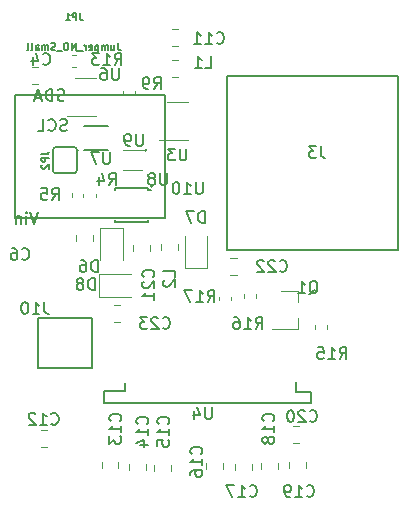
<source format=gbr>
G04 #@! TF.GenerationSoftware,KiCad,Pcbnew,(5.0.1)-rc2*
G04 #@! TF.CreationDate,2019-03-09T00:44:05-07:00*
G04 #@! TF.ProjectId,GPSLogger,4750534C6F676765722E6B696361645F,rev?*
G04 #@! TF.SameCoordinates,Original*
G04 #@! TF.FileFunction,Legend,Bot*
G04 #@! TF.FilePolarity,Positive*
%FSLAX46Y46*%
G04 Gerber Fmt 4.6, Leading zero omitted, Abs format (unit mm)*
G04 Created by KiCad (PCBNEW (5.0.1)-rc2) date 3/9/2019 12:44:05 AM*
%MOMM*%
%LPD*%
G01*
G04 APERTURE LIST*
%ADD10C,0.120000*%
%ADD11C,0.150000*%
%ADD12C,0.152400*%
%ADD13C,0.100000*%
%ADD14C,0.127000*%
G04 APERTURE END LIST*
D10*
G04 #@! TO.C,C11*
X207668122Y-25883800D02*
X208185278Y-25883800D01*
X207668122Y-27303800D02*
X208185278Y-27303800D01*
G04 #@! TO.C,C12*
X197085478Y-61263600D02*
X196568322Y-61263600D01*
X197085478Y-59843600D02*
X196568322Y-59843600D01*
G04 #@! TO.C,C13*
X203148000Y-62530222D02*
X203148000Y-63047378D01*
X201728000Y-62530222D02*
X201728000Y-63047378D01*
G04 #@! TO.C,C14*
X205472100Y-62667622D02*
X205472100Y-63184778D01*
X204052100Y-62667622D02*
X204052100Y-63184778D01*
G04 #@! TO.C,C15*
X207631100Y-62731122D02*
X207631100Y-63248278D01*
X206211100Y-62731122D02*
X206211100Y-63248278D01*
G04 #@! TO.C,C16*
X212025300Y-62583322D02*
X212025300Y-63100478D01*
X210605300Y-62583322D02*
X210605300Y-63100478D01*
G04 #@! TO.C,C17*
X214451000Y-62646822D02*
X214451000Y-63163978D01*
X213031000Y-62646822D02*
X213031000Y-63163978D01*
G04 #@! TO.C,C18*
X216660800Y-62596022D02*
X216660800Y-63113178D01*
X215240800Y-62596022D02*
X215240800Y-63113178D01*
G04 #@! TO.C,C19*
X219061100Y-62507122D02*
X219061100Y-63024278D01*
X217641100Y-62507122D02*
X217641100Y-63024278D01*
G04 #@! TO.C,C20*
X217953922Y-59450000D02*
X218471078Y-59450000D01*
X217953922Y-60870000D02*
X218471078Y-60870000D01*
G04 #@! TO.C,C21*
X205789600Y-44140622D02*
X205789600Y-44657778D01*
X204369600Y-44140622D02*
X204369600Y-44657778D01*
G04 #@! TO.C,C22*
X212646522Y-45251300D02*
X213163678Y-45251300D01*
X212646522Y-46671300D02*
X213163678Y-46671300D01*
G04 #@! TO.C,C23*
X202799422Y-49264500D02*
X203316578Y-49264500D01*
X202799422Y-50684500D02*
X203316578Y-50684500D01*
G04 #@! TO.C,D6*
X203550400Y-42729200D02*
X203550400Y-45414200D01*
X201630400Y-42729200D02*
X203550400Y-42729200D01*
X201630400Y-45414200D02*
X201630400Y-42729200D01*
G04 #@! TO.C,D7*
X208755100Y-46048400D02*
X208755100Y-43363400D01*
X210675100Y-46048400D02*
X208755100Y-46048400D01*
X210675100Y-43363400D02*
X210675100Y-46048400D01*
G04 #@! TO.C,D8*
X201500000Y-46614200D02*
X204185000Y-46614200D01*
X201500000Y-48534200D02*
X201500000Y-46614200D01*
X204185000Y-48534200D02*
X201500000Y-48534200D01*
G04 #@! TO.C,L1*
X207693522Y-28474600D02*
X208210678Y-28474600D01*
X207693522Y-29894600D02*
X208210678Y-29894600D01*
G04 #@! TO.C,L2*
X206757200Y-44606978D02*
X206757200Y-44089822D01*
X208177200Y-44606978D02*
X208177200Y-44089822D01*
G04 #@! TO.C,Q1*
X218360000Y-48070000D02*
X216900000Y-48070000D01*
X218360000Y-51230000D02*
X216200000Y-51230000D01*
X218360000Y-51230000D02*
X218360000Y-50300000D01*
X218360000Y-48070000D02*
X218360000Y-49000000D01*
G04 #@! TO.C,U3*
X209053000Y-35239600D02*
X206603000Y-35239600D01*
X207253000Y-32019600D02*
X209053000Y-32019600D01*
G04 #@! TO.C,U6*
X201255200Y-33258400D02*
X198805200Y-33258400D01*
X199455200Y-30038400D02*
X201255200Y-30038400D01*
D11*
G04 #@! TO.C,J10*
X200884800Y-54558000D02*
X200884800Y-50308000D01*
X196384800Y-54558000D02*
X200884800Y-54558000D01*
X196384800Y-50308000D02*
X196384800Y-54558000D01*
X200884800Y-50308000D02*
X196384800Y-50308000D01*
G04 #@! TO.C,U4*
X203679400Y-56517900D02*
X203679400Y-55817900D01*
X201979400Y-56517900D02*
X203679400Y-56517900D01*
X201979400Y-57517900D02*
X201979400Y-56517900D01*
X218179400Y-56617900D02*
X218179400Y-55717900D01*
X219479400Y-56617900D02*
X218179400Y-56617900D01*
X219479400Y-57517900D02*
X219479400Y-56617900D01*
X219479400Y-57517900D02*
X201979400Y-57517900D01*
G04 #@! TO.C,U7*
X199740311Y-36152800D02*
G75*
G03X199740311Y-36152800I-70711J0D01*
G01*
X202269600Y-36102800D02*
X200269600Y-36102800D01*
X200269600Y-34102800D02*
X202269600Y-34102800D01*
G04 #@! TO.C,U10*
X207105000Y-41824000D02*
X194405000Y-41824000D01*
X207105000Y-31410000D02*
X207105000Y-41824000D01*
X205835000Y-31410000D02*
X207105000Y-31410000D01*
X194405000Y-31410000D02*
X205835000Y-31410000D01*
X194405000Y-41824000D02*
X194405000Y-31410000D01*
G04 #@! TO.C,J3*
X212330000Y-29814000D02*
X226871500Y-29814000D01*
X226871500Y-29814000D02*
X226871500Y-44546000D01*
X212330000Y-44546000D02*
X226871500Y-44546000D01*
X212330000Y-29814000D02*
X212330000Y-44546000D01*
D12*
G04 #@! TO.C,JP2*
X199644000Y-37833300D02*
G75*
G02X199390000Y-38087300I-254000J0D01*
G01*
X199390000Y-35852100D02*
G75*
G02X199644000Y-36106100I0J-254000D01*
G01*
X197612000Y-36106100D02*
G75*
G02X197866000Y-35852100I254000J0D01*
G01*
X197866000Y-38087300D02*
G75*
G02X197612000Y-37833300I0J254000D01*
G01*
X197612000Y-36106100D02*
X197612000Y-37833300D01*
X199390000Y-35852100D02*
X197866000Y-35852100D01*
X199390000Y-38087300D02*
X197866000Y-38087300D01*
X199644000Y-37833300D02*
X199644000Y-36106100D01*
D10*
G04 #@! TO.C,R4*
X201220800Y-39791521D02*
X201220800Y-40117079D01*
X200200800Y-39791521D02*
X200200800Y-40117079D01*
G04 #@! TO.C,R5*
X199188800Y-39766121D02*
X199188800Y-40091679D01*
X198168800Y-39766121D02*
X198168800Y-40091679D01*
G04 #@! TO.C,R9*
X203579000Y-31404679D02*
X203579000Y-31079121D01*
X204599000Y-31404679D02*
X204599000Y-31079121D01*
G04 #@! TO.C,R13*
X199201721Y-28039600D02*
X199527279Y-28039600D01*
X199201721Y-29059600D02*
X199527279Y-29059600D01*
G04 #@! TO.C,R15*
X220835000Y-50949721D02*
X220835000Y-51275279D01*
X219815000Y-50949721D02*
X219815000Y-51275279D01*
G04 #@! TO.C,R16*
X213789800Y-48625979D02*
X213789800Y-48300421D01*
X214809800Y-48625979D02*
X214809800Y-48300421D01*
G04 #@! TO.C,R17*
X211656200Y-48829079D02*
X211656200Y-48503521D01*
X212676200Y-48829079D02*
X212676200Y-48503521D01*
D11*
G04 #@! TO.C,U8*
X205644400Y-39307200D02*
X202844400Y-39307200D01*
X202844400Y-42207200D02*
X205644400Y-42207200D01*
X205644400Y-39307200D02*
X205644400Y-39507200D01*
X205644400Y-39507200D02*
X205894400Y-39507200D01*
X202844400Y-39307200D02*
X202844400Y-39507200D01*
X202844400Y-42207200D02*
X202844400Y-42007200D01*
X205644400Y-42207200D02*
X205644400Y-42007200D01*
D13*
X206085821Y-39157200D02*
G75*
G03X206085821Y-39157200I-141421J0D01*
G01*
D11*
G04 #@! TO.C,U9*
X205538311Y-36131600D02*
G75*
G03X205538311Y-36131600I-70711J0D01*
G01*
D10*
X205262600Y-36081600D02*
X203562600Y-36081600D01*
X205112600Y-37781600D02*
X203562600Y-37781600D01*
G04 #@! TO.C,C4*
X196348878Y-30504200D02*
X195831722Y-30504200D01*
X196348878Y-29084200D02*
X195831722Y-29084200D01*
G04 #@! TO.C,C6*
X201014400Y-43300122D02*
X201014400Y-43817278D01*
X199594400Y-43300122D02*
X199594400Y-43817278D01*
G04 #@! TO.C,C11*
D11*
X211462857Y-27027142D02*
X211510476Y-27074761D01*
X211653333Y-27122380D01*
X211748571Y-27122380D01*
X211891428Y-27074761D01*
X211986666Y-26979523D01*
X212034285Y-26884285D01*
X212081904Y-26693809D01*
X212081904Y-26550952D01*
X212034285Y-26360476D01*
X211986666Y-26265238D01*
X211891428Y-26170000D01*
X211748571Y-26122380D01*
X211653333Y-26122380D01*
X211510476Y-26170000D01*
X211462857Y-26217619D01*
X210510476Y-27122380D02*
X211081904Y-27122380D01*
X210796190Y-27122380D02*
X210796190Y-26122380D01*
X210891428Y-26265238D01*
X210986666Y-26360476D01*
X211081904Y-26408095D01*
X209558095Y-27122380D02*
X210129523Y-27122380D01*
X209843809Y-27122380D02*
X209843809Y-26122380D01*
X209939047Y-26265238D01*
X210034285Y-26360476D01*
X210129523Y-26408095D01*
G04 #@! TO.C,C12*
X197469757Y-59260742D02*
X197517376Y-59308361D01*
X197660233Y-59355980D01*
X197755471Y-59355980D01*
X197898328Y-59308361D01*
X197993566Y-59213123D01*
X198041185Y-59117885D01*
X198088804Y-58927409D01*
X198088804Y-58784552D01*
X198041185Y-58594076D01*
X197993566Y-58498838D01*
X197898328Y-58403600D01*
X197755471Y-58355980D01*
X197660233Y-58355980D01*
X197517376Y-58403600D01*
X197469757Y-58451219D01*
X196517376Y-59355980D02*
X197088804Y-59355980D01*
X196803090Y-59355980D02*
X196803090Y-58355980D01*
X196898328Y-58498838D01*
X196993566Y-58594076D01*
X197088804Y-58641695D01*
X196136423Y-58451219D02*
X196088804Y-58403600D01*
X195993566Y-58355980D01*
X195755471Y-58355980D01*
X195660233Y-58403600D01*
X195612614Y-58451219D01*
X195564995Y-58546457D01*
X195564995Y-58641695D01*
X195612614Y-58784552D01*
X196184042Y-59355980D01*
X195564995Y-59355980D01*
G04 #@! TO.C,C13*
X203303142Y-59047142D02*
X203350761Y-58999523D01*
X203398380Y-58856666D01*
X203398380Y-58761428D01*
X203350761Y-58618571D01*
X203255523Y-58523333D01*
X203160285Y-58475714D01*
X202969809Y-58428095D01*
X202826952Y-58428095D01*
X202636476Y-58475714D01*
X202541238Y-58523333D01*
X202446000Y-58618571D01*
X202398380Y-58761428D01*
X202398380Y-58856666D01*
X202446000Y-58999523D01*
X202493619Y-59047142D01*
X203398380Y-59999523D02*
X203398380Y-59428095D01*
X203398380Y-59713809D02*
X202398380Y-59713809D01*
X202541238Y-59618571D01*
X202636476Y-59523333D01*
X202684095Y-59428095D01*
X202398380Y-60332857D02*
X202398380Y-60951904D01*
X202779333Y-60618571D01*
X202779333Y-60761428D01*
X202826952Y-60856666D01*
X202874571Y-60904285D01*
X202969809Y-60951904D01*
X203207904Y-60951904D01*
X203303142Y-60904285D01*
X203350761Y-60856666D01*
X203398380Y-60761428D01*
X203398380Y-60475714D01*
X203350761Y-60380476D01*
X203303142Y-60332857D01*
G04 #@! TO.C,C14*
X205589142Y-59301142D02*
X205636761Y-59253523D01*
X205684380Y-59110666D01*
X205684380Y-59015428D01*
X205636761Y-58872571D01*
X205541523Y-58777333D01*
X205446285Y-58729714D01*
X205255809Y-58682095D01*
X205112952Y-58682095D01*
X204922476Y-58729714D01*
X204827238Y-58777333D01*
X204732000Y-58872571D01*
X204684380Y-59015428D01*
X204684380Y-59110666D01*
X204732000Y-59253523D01*
X204779619Y-59301142D01*
X205684380Y-60253523D02*
X205684380Y-59682095D01*
X205684380Y-59967809D02*
X204684380Y-59967809D01*
X204827238Y-59872571D01*
X204922476Y-59777333D01*
X204970095Y-59682095D01*
X205017714Y-61110666D02*
X205684380Y-61110666D01*
X204636761Y-60872571D02*
X205351047Y-60634476D01*
X205351047Y-61253523D01*
G04 #@! TO.C,C15*
X207367142Y-59301142D02*
X207414761Y-59253523D01*
X207462380Y-59110666D01*
X207462380Y-59015428D01*
X207414761Y-58872571D01*
X207319523Y-58777333D01*
X207224285Y-58729714D01*
X207033809Y-58682095D01*
X206890952Y-58682095D01*
X206700476Y-58729714D01*
X206605238Y-58777333D01*
X206510000Y-58872571D01*
X206462380Y-59015428D01*
X206462380Y-59110666D01*
X206510000Y-59253523D01*
X206557619Y-59301142D01*
X207462380Y-60253523D02*
X207462380Y-59682095D01*
X207462380Y-59967809D02*
X206462380Y-59967809D01*
X206605238Y-59872571D01*
X206700476Y-59777333D01*
X206748095Y-59682095D01*
X206462380Y-61158285D02*
X206462380Y-60682095D01*
X206938571Y-60634476D01*
X206890952Y-60682095D01*
X206843333Y-60777333D01*
X206843333Y-61015428D01*
X206890952Y-61110666D01*
X206938571Y-61158285D01*
X207033809Y-61205904D01*
X207271904Y-61205904D01*
X207367142Y-61158285D01*
X207414761Y-61110666D01*
X207462380Y-61015428D01*
X207462380Y-60777333D01*
X207414761Y-60682095D01*
X207367142Y-60634476D01*
G04 #@! TO.C,C16*
X210161142Y-61841142D02*
X210208761Y-61793523D01*
X210256380Y-61650666D01*
X210256380Y-61555428D01*
X210208761Y-61412571D01*
X210113523Y-61317333D01*
X210018285Y-61269714D01*
X209827809Y-61222095D01*
X209684952Y-61222095D01*
X209494476Y-61269714D01*
X209399238Y-61317333D01*
X209304000Y-61412571D01*
X209256380Y-61555428D01*
X209256380Y-61650666D01*
X209304000Y-61793523D01*
X209351619Y-61841142D01*
X210256380Y-62793523D02*
X210256380Y-62222095D01*
X210256380Y-62507809D02*
X209256380Y-62507809D01*
X209399238Y-62412571D01*
X209494476Y-62317333D01*
X209542095Y-62222095D01*
X209256380Y-63650666D02*
X209256380Y-63460190D01*
X209304000Y-63364952D01*
X209351619Y-63317333D01*
X209494476Y-63222095D01*
X209684952Y-63174476D01*
X210065904Y-63174476D01*
X210161142Y-63222095D01*
X210208761Y-63269714D01*
X210256380Y-63364952D01*
X210256380Y-63555428D01*
X210208761Y-63650666D01*
X210161142Y-63698285D01*
X210065904Y-63745904D01*
X209827809Y-63745904D01*
X209732571Y-63698285D01*
X209684952Y-63650666D01*
X209637333Y-63555428D01*
X209637333Y-63364952D01*
X209684952Y-63269714D01*
X209732571Y-63222095D01*
X209827809Y-63174476D01*
G04 #@! TO.C,C17*
X214256857Y-65381142D02*
X214304476Y-65428761D01*
X214447333Y-65476380D01*
X214542571Y-65476380D01*
X214685428Y-65428761D01*
X214780666Y-65333523D01*
X214828285Y-65238285D01*
X214875904Y-65047809D01*
X214875904Y-64904952D01*
X214828285Y-64714476D01*
X214780666Y-64619238D01*
X214685428Y-64524000D01*
X214542571Y-64476380D01*
X214447333Y-64476380D01*
X214304476Y-64524000D01*
X214256857Y-64571619D01*
X213304476Y-65476380D02*
X213875904Y-65476380D01*
X213590190Y-65476380D02*
X213590190Y-64476380D01*
X213685428Y-64619238D01*
X213780666Y-64714476D01*
X213875904Y-64762095D01*
X212971142Y-64476380D02*
X212304476Y-64476380D01*
X212733047Y-65476380D01*
G04 #@! TO.C,C18*
X216257142Y-59047142D02*
X216304761Y-58999523D01*
X216352380Y-58856666D01*
X216352380Y-58761428D01*
X216304761Y-58618571D01*
X216209523Y-58523333D01*
X216114285Y-58475714D01*
X215923809Y-58428095D01*
X215780952Y-58428095D01*
X215590476Y-58475714D01*
X215495238Y-58523333D01*
X215400000Y-58618571D01*
X215352380Y-58761428D01*
X215352380Y-58856666D01*
X215400000Y-58999523D01*
X215447619Y-59047142D01*
X216352380Y-59999523D02*
X216352380Y-59428095D01*
X216352380Y-59713809D02*
X215352380Y-59713809D01*
X215495238Y-59618571D01*
X215590476Y-59523333D01*
X215638095Y-59428095D01*
X215780952Y-60570952D02*
X215733333Y-60475714D01*
X215685714Y-60428095D01*
X215590476Y-60380476D01*
X215542857Y-60380476D01*
X215447619Y-60428095D01*
X215400000Y-60475714D01*
X215352380Y-60570952D01*
X215352380Y-60761428D01*
X215400000Y-60856666D01*
X215447619Y-60904285D01*
X215542857Y-60951904D01*
X215590476Y-60951904D01*
X215685714Y-60904285D01*
X215733333Y-60856666D01*
X215780952Y-60761428D01*
X215780952Y-60570952D01*
X215828571Y-60475714D01*
X215876190Y-60428095D01*
X215971428Y-60380476D01*
X216161904Y-60380476D01*
X216257142Y-60428095D01*
X216304761Y-60475714D01*
X216352380Y-60570952D01*
X216352380Y-60761428D01*
X216304761Y-60856666D01*
X216257142Y-60904285D01*
X216161904Y-60951904D01*
X215971428Y-60951904D01*
X215876190Y-60904285D01*
X215828571Y-60856666D01*
X215780952Y-60761428D01*
G04 #@! TO.C,C19*
X219082857Y-65381142D02*
X219130476Y-65428761D01*
X219273333Y-65476380D01*
X219368571Y-65476380D01*
X219511428Y-65428761D01*
X219606666Y-65333523D01*
X219654285Y-65238285D01*
X219701904Y-65047809D01*
X219701904Y-64904952D01*
X219654285Y-64714476D01*
X219606666Y-64619238D01*
X219511428Y-64524000D01*
X219368571Y-64476380D01*
X219273333Y-64476380D01*
X219130476Y-64524000D01*
X219082857Y-64571619D01*
X218130476Y-65476380D02*
X218701904Y-65476380D01*
X218416190Y-65476380D02*
X218416190Y-64476380D01*
X218511428Y-64619238D01*
X218606666Y-64714476D01*
X218701904Y-64762095D01*
X217654285Y-65476380D02*
X217463809Y-65476380D01*
X217368571Y-65428761D01*
X217320952Y-65381142D01*
X217225714Y-65238285D01*
X217178095Y-65047809D01*
X217178095Y-64666857D01*
X217225714Y-64571619D01*
X217273333Y-64524000D01*
X217368571Y-64476380D01*
X217559047Y-64476380D01*
X217654285Y-64524000D01*
X217701904Y-64571619D01*
X217749523Y-64666857D01*
X217749523Y-64904952D01*
X217701904Y-65000190D01*
X217654285Y-65047809D01*
X217559047Y-65095428D01*
X217368571Y-65095428D01*
X217273333Y-65047809D01*
X217225714Y-65000190D01*
X217178095Y-64904952D01*
G04 #@! TO.C,C20*
X219336857Y-59031142D02*
X219384476Y-59078761D01*
X219527333Y-59126380D01*
X219622571Y-59126380D01*
X219765428Y-59078761D01*
X219860666Y-58983523D01*
X219908285Y-58888285D01*
X219955904Y-58697809D01*
X219955904Y-58554952D01*
X219908285Y-58364476D01*
X219860666Y-58269238D01*
X219765428Y-58174000D01*
X219622571Y-58126380D01*
X219527333Y-58126380D01*
X219384476Y-58174000D01*
X219336857Y-58221619D01*
X218955904Y-58221619D02*
X218908285Y-58174000D01*
X218813047Y-58126380D01*
X218574952Y-58126380D01*
X218479714Y-58174000D01*
X218432095Y-58221619D01*
X218384476Y-58316857D01*
X218384476Y-58412095D01*
X218432095Y-58554952D01*
X219003523Y-59126380D01*
X218384476Y-59126380D01*
X217765428Y-58126380D02*
X217670190Y-58126380D01*
X217574952Y-58174000D01*
X217527333Y-58221619D01*
X217479714Y-58316857D01*
X217432095Y-58507333D01*
X217432095Y-58745428D01*
X217479714Y-58935904D01*
X217527333Y-59031142D01*
X217574952Y-59078761D01*
X217670190Y-59126380D01*
X217765428Y-59126380D01*
X217860666Y-59078761D01*
X217908285Y-59031142D01*
X217955904Y-58935904D01*
X218003523Y-58745428D01*
X218003523Y-58507333D01*
X217955904Y-58316857D01*
X217908285Y-58221619D01*
X217860666Y-58174000D01*
X217765428Y-58126380D01*
G04 #@! TO.C,C21*
X206097142Y-46855142D02*
X206144761Y-46807523D01*
X206192380Y-46664666D01*
X206192380Y-46569428D01*
X206144761Y-46426571D01*
X206049523Y-46331333D01*
X205954285Y-46283714D01*
X205763809Y-46236095D01*
X205620952Y-46236095D01*
X205430476Y-46283714D01*
X205335238Y-46331333D01*
X205240000Y-46426571D01*
X205192380Y-46569428D01*
X205192380Y-46664666D01*
X205240000Y-46807523D01*
X205287619Y-46855142D01*
X205287619Y-47236095D02*
X205240000Y-47283714D01*
X205192380Y-47378952D01*
X205192380Y-47617047D01*
X205240000Y-47712285D01*
X205287619Y-47759904D01*
X205382857Y-47807523D01*
X205478095Y-47807523D01*
X205620952Y-47759904D01*
X206192380Y-47188476D01*
X206192380Y-47807523D01*
X206192380Y-48759904D02*
X206192380Y-48188476D01*
X206192380Y-48474190D02*
X205192380Y-48474190D01*
X205335238Y-48378952D01*
X205430476Y-48283714D01*
X205478095Y-48188476D01*
G04 #@! TO.C,C22*
X216796857Y-46331142D02*
X216844476Y-46378761D01*
X216987333Y-46426380D01*
X217082571Y-46426380D01*
X217225428Y-46378761D01*
X217320666Y-46283523D01*
X217368285Y-46188285D01*
X217415904Y-45997809D01*
X217415904Y-45854952D01*
X217368285Y-45664476D01*
X217320666Y-45569238D01*
X217225428Y-45474000D01*
X217082571Y-45426380D01*
X216987333Y-45426380D01*
X216844476Y-45474000D01*
X216796857Y-45521619D01*
X216415904Y-45521619D02*
X216368285Y-45474000D01*
X216273047Y-45426380D01*
X216034952Y-45426380D01*
X215939714Y-45474000D01*
X215892095Y-45521619D01*
X215844476Y-45616857D01*
X215844476Y-45712095D01*
X215892095Y-45854952D01*
X216463523Y-46426380D01*
X215844476Y-46426380D01*
X215463523Y-45521619D02*
X215415904Y-45474000D01*
X215320666Y-45426380D01*
X215082571Y-45426380D01*
X214987333Y-45474000D01*
X214939714Y-45521619D01*
X214892095Y-45616857D01*
X214892095Y-45712095D01*
X214939714Y-45854952D01*
X215511142Y-46426380D01*
X214892095Y-46426380D01*
G04 #@! TO.C,C23*
X206890857Y-51157142D02*
X206938476Y-51204761D01*
X207081333Y-51252380D01*
X207176571Y-51252380D01*
X207319428Y-51204761D01*
X207414666Y-51109523D01*
X207462285Y-51014285D01*
X207509904Y-50823809D01*
X207509904Y-50680952D01*
X207462285Y-50490476D01*
X207414666Y-50395238D01*
X207319428Y-50300000D01*
X207176571Y-50252380D01*
X207081333Y-50252380D01*
X206938476Y-50300000D01*
X206890857Y-50347619D01*
X206509904Y-50347619D02*
X206462285Y-50300000D01*
X206367047Y-50252380D01*
X206128952Y-50252380D01*
X206033714Y-50300000D01*
X205986095Y-50347619D01*
X205938476Y-50442857D01*
X205938476Y-50538095D01*
X205986095Y-50680952D01*
X206557523Y-51252380D01*
X205938476Y-51252380D01*
X205605142Y-50252380D02*
X204986095Y-50252380D01*
X205319428Y-50633333D01*
X205176571Y-50633333D01*
X205081333Y-50680952D01*
X205033714Y-50728571D01*
X204986095Y-50823809D01*
X204986095Y-51061904D01*
X205033714Y-51157142D01*
X205081333Y-51204761D01*
X205176571Y-51252380D01*
X205462285Y-51252380D01*
X205557523Y-51204761D01*
X205605142Y-51157142D01*
G04 #@! TO.C,D6*
X201398095Y-46426380D02*
X201398095Y-45426380D01*
X201160000Y-45426380D01*
X201017142Y-45474000D01*
X200921904Y-45569238D01*
X200874285Y-45664476D01*
X200826666Y-45854952D01*
X200826666Y-45997809D01*
X200874285Y-46188285D01*
X200921904Y-46283523D01*
X201017142Y-46378761D01*
X201160000Y-46426380D01*
X201398095Y-46426380D01*
X199969523Y-45426380D02*
X200160000Y-45426380D01*
X200255238Y-45474000D01*
X200302857Y-45521619D01*
X200398095Y-45664476D01*
X200445714Y-45854952D01*
X200445714Y-46235904D01*
X200398095Y-46331142D01*
X200350476Y-46378761D01*
X200255238Y-46426380D01*
X200064761Y-46426380D01*
X199969523Y-46378761D01*
X199921904Y-46331142D01*
X199874285Y-46235904D01*
X199874285Y-45997809D01*
X199921904Y-45902571D01*
X199969523Y-45854952D01*
X200064761Y-45807333D01*
X200255238Y-45807333D01*
X200350476Y-45854952D01*
X200398095Y-45902571D01*
X200445714Y-45997809D01*
G04 #@! TO.C,D7*
X210453195Y-42275780D02*
X210453195Y-41275780D01*
X210215100Y-41275780D01*
X210072242Y-41323400D01*
X209977004Y-41418638D01*
X209929385Y-41513876D01*
X209881766Y-41704352D01*
X209881766Y-41847209D01*
X209929385Y-42037685D01*
X209977004Y-42132923D01*
X210072242Y-42228161D01*
X210215100Y-42275780D01*
X210453195Y-42275780D01*
X209548433Y-41275780D02*
X208881766Y-41275780D01*
X209310338Y-42275780D01*
G04 #@! TO.C,D8*
X201144095Y-47950380D02*
X201144095Y-46950380D01*
X200906000Y-46950380D01*
X200763142Y-46998000D01*
X200667904Y-47093238D01*
X200620285Y-47188476D01*
X200572666Y-47378952D01*
X200572666Y-47521809D01*
X200620285Y-47712285D01*
X200667904Y-47807523D01*
X200763142Y-47902761D01*
X200906000Y-47950380D01*
X201144095Y-47950380D01*
X200001238Y-47378952D02*
X200096476Y-47331333D01*
X200144095Y-47283714D01*
X200191714Y-47188476D01*
X200191714Y-47140857D01*
X200144095Y-47045619D01*
X200096476Y-46998000D01*
X200001238Y-46950380D01*
X199810761Y-46950380D01*
X199715523Y-46998000D01*
X199667904Y-47045619D01*
X199620285Y-47140857D01*
X199620285Y-47188476D01*
X199667904Y-47283714D01*
X199715523Y-47331333D01*
X199810761Y-47378952D01*
X200001238Y-47378952D01*
X200096476Y-47426571D01*
X200144095Y-47474190D01*
X200191714Y-47569428D01*
X200191714Y-47759904D01*
X200144095Y-47855142D01*
X200096476Y-47902761D01*
X200001238Y-47950380D01*
X199810761Y-47950380D01*
X199715523Y-47902761D01*
X199667904Y-47855142D01*
X199620285Y-47759904D01*
X199620285Y-47569428D01*
X199667904Y-47474190D01*
X199715523Y-47426571D01*
X199810761Y-47378952D01*
G04 #@! TO.C,L1*
X210478666Y-29154380D02*
X210954857Y-29154380D01*
X210954857Y-28154380D01*
X209621523Y-29154380D02*
X210192952Y-29154380D01*
X209907238Y-29154380D02*
X209907238Y-28154380D01*
X210002476Y-28297238D01*
X210097714Y-28392476D01*
X210192952Y-28440095D01*
G04 #@! TO.C,L2*
X207970380Y-46823333D02*
X207970380Y-46347142D01*
X206970380Y-46347142D01*
X207065619Y-47109047D02*
X207018000Y-47156666D01*
X206970380Y-47251904D01*
X206970380Y-47490000D01*
X207018000Y-47585238D01*
X207065619Y-47632857D01*
X207160857Y-47680476D01*
X207256095Y-47680476D01*
X207398952Y-47632857D01*
X207970380Y-47061428D01*
X207970380Y-47680476D01*
G04 #@! TO.C,Q1*
X219297238Y-48299619D02*
X219392476Y-48252000D01*
X219487714Y-48156761D01*
X219630571Y-48013904D01*
X219725809Y-47966285D01*
X219821047Y-47966285D01*
X219773428Y-48204380D02*
X219868666Y-48156761D01*
X219963904Y-48061523D01*
X220011523Y-47871047D01*
X220011523Y-47537714D01*
X219963904Y-47347238D01*
X219868666Y-47252000D01*
X219773428Y-47204380D01*
X219582952Y-47204380D01*
X219487714Y-47252000D01*
X219392476Y-47347238D01*
X219344857Y-47537714D01*
X219344857Y-47871047D01*
X219392476Y-48061523D01*
X219487714Y-48156761D01*
X219582952Y-48204380D01*
X219773428Y-48204380D01*
X218392476Y-48204380D02*
X218963904Y-48204380D01*
X218678190Y-48204380D02*
X218678190Y-47204380D01*
X218773428Y-47347238D01*
X218868666Y-47442476D01*
X218963904Y-47490095D01*
G04 #@! TO.C,U3*
X208914904Y-35981980D02*
X208914904Y-36791504D01*
X208867285Y-36886742D01*
X208819666Y-36934361D01*
X208724428Y-36981980D01*
X208533952Y-36981980D01*
X208438714Y-36934361D01*
X208391095Y-36886742D01*
X208343476Y-36791504D01*
X208343476Y-35981980D01*
X207962523Y-35981980D02*
X207343476Y-35981980D01*
X207676809Y-36362933D01*
X207533952Y-36362933D01*
X207438714Y-36410552D01*
X207391095Y-36458171D01*
X207343476Y-36553409D01*
X207343476Y-36791504D01*
X207391095Y-36886742D01*
X207438714Y-36934361D01*
X207533952Y-36981980D01*
X207819666Y-36981980D01*
X207914904Y-36934361D01*
X207962523Y-36886742D01*
G04 #@! TO.C,U6*
X203199904Y-29170380D02*
X203199904Y-29979904D01*
X203152285Y-30075142D01*
X203104666Y-30122761D01*
X203009428Y-30170380D01*
X202818952Y-30170380D01*
X202723714Y-30122761D01*
X202676095Y-30075142D01*
X202628476Y-29979904D01*
X202628476Y-29170380D01*
X201723714Y-29170380D02*
X201914190Y-29170380D01*
X202009428Y-29218000D01*
X202057047Y-29265619D01*
X202152285Y-29408476D01*
X202199904Y-29598952D01*
X202199904Y-29979904D01*
X202152285Y-30075142D01*
X202104666Y-30122761D01*
X202009428Y-30170380D01*
X201818952Y-30170380D01*
X201723714Y-30122761D01*
X201676095Y-30075142D01*
X201628476Y-29979904D01*
X201628476Y-29741809D01*
X201676095Y-29646571D01*
X201723714Y-29598952D01*
X201818952Y-29551333D01*
X202009428Y-29551333D01*
X202104666Y-29598952D01*
X202152285Y-29646571D01*
X202199904Y-29741809D01*
G04 #@! TO.C,J10*
X196897523Y-48982380D02*
X196897523Y-49696666D01*
X196945142Y-49839523D01*
X197040380Y-49934761D01*
X197183238Y-49982380D01*
X197278476Y-49982380D01*
X195897523Y-49982380D02*
X196468952Y-49982380D01*
X196183238Y-49982380D02*
X196183238Y-48982380D01*
X196278476Y-49125238D01*
X196373714Y-49220476D01*
X196468952Y-49268095D01*
X195278476Y-48982380D02*
X195183238Y-48982380D01*
X195088000Y-49030000D01*
X195040380Y-49077619D01*
X194992761Y-49172857D01*
X194945142Y-49363333D01*
X194945142Y-49601428D01*
X194992761Y-49791904D01*
X195040380Y-49887142D01*
X195088000Y-49934761D01*
X195183238Y-49982380D01*
X195278476Y-49982380D01*
X195373714Y-49934761D01*
X195421333Y-49887142D01*
X195468952Y-49791904D01*
X195516571Y-49601428D01*
X195516571Y-49363333D01*
X195468952Y-49172857D01*
X195421333Y-49077619D01*
X195373714Y-49030000D01*
X195278476Y-48982380D01*
G04 #@! TO.C,U4*
X211073904Y-57872380D02*
X211073904Y-58681904D01*
X211026285Y-58777142D01*
X210978666Y-58824761D01*
X210883428Y-58872380D01*
X210692952Y-58872380D01*
X210597714Y-58824761D01*
X210550095Y-58777142D01*
X210502476Y-58681904D01*
X210502476Y-57872380D01*
X209597714Y-58205714D02*
X209597714Y-58872380D01*
X209835809Y-57824761D02*
X210073904Y-58539047D01*
X209454857Y-58539047D01*
G04 #@! TO.C,U7*
X202437904Y-36282380D02*
X202437904Y-37091904D01*
X202390285Y-37187142D01*
X202342666Y-37234761D01*
X202247428Y-37282380D01*
X202056952Y-37282380D01*
X201961714Y-37234761D01*
X201914095Y-37187142D01*
X201866476Y-37091904D01*
X201866476Y-36282380D01*
X201485523Y-36282380D02*
X200818857Y-36282380D01*
X201247428Y-37282380D01*
G04 #@! TO.C,U10*
X210280095Y-38822380D02*
X210280095Y-39631904D01*
X210232476Y-39727142D01*
X210184857Y-39774761D01*
X210089619Y-39822380D01*
X209899142Y-39822380D01*
X209803904Y-39774761D01*
X209756285Y-39727142D01*
X209708666Y-39631904D01*
X209708666Y-38822380D01*
X208708666Y-39822380D02*
X209280095Y-39822380D01*
X208994380Y-39822380D02*
X208994380Y-38822380D01*
X209089619Y-38965238D01*
X209184857Y-39060476D01*
X209280095Y-39108095D01*
X208089619Y-38822380D02*
X207994380Y-38822380D01*
X207899142Y-38870000D01*
X207851523Y-38917619D01*
X207803904Y-39012857D01*
X207756285Y-39203333D01*
X207756285Y-39441428D01*
X207803904Y-39631904D01*
X207851523Y-39727142D01*
X207899142Y-39774761D01*
X207994380Y-39822380D01*
X208089619Y-39822380D01*
X208184857Y-39774761D01*
X208232476Y-39727142D01*
X208280095Y-39631904D01*
X208327714Y-39441428D01*
X208327714Y-39203333D01*
X208280095Y-39012857D01*
X208232476Y-38917619D01*
X208184857Y-38870000D01*
X208089619Y-38822380D01*
X196349809Y-41362380D02*
X196016476Y-42362380D01*
X195683142Y-41362380D01*
X195349809Y-42362380D02*
X195349809Y-41695714D01*
X195349809Y-41362380D02*
X195397428Y-41410000D01*
X195349809Y-41457619D01*
X195302190Y-41410000D01*
X195349809Y-41362380D01*
X195349809Y-41457619D01*
X194873619Y-41695714D02*
X194873619Y-42362380D01*
X194873619Y-41790952D02*
X194826000Y-41743333D01*
X194730761Y-41695714D01*
X194587904Y-41695714D01*
X194492666Y-41743333D01*
X194445047Y-41838571D01*
X194445047Y-42362380D01*
X198802476Y-34440761D02*
X198659619Y-34488380D01*
X198421523Y-34488380D01*
X198326285Y-34440761D01*
X198278666Y-34393142D01*
X198231047Y-34297904D01*
X198231047Y-34202666D01*
X198278666Y-34107428D01*
X198326285Y-34059809D01*
X198421523Y-34012190D01*
X198612000Y-33964571D01*
X198707238Y-33916952D01*
X198754857Y-33869333D01*
X198802476Y-33774095D01*
X198802476Y-33678857D01*
X198754857Y-33583619D01*
X198707238Y-33536000D01*
X198612000Y-33488380D01*
X198373904Y-33488380D01*
X198231047Y-33536000D01*
X197231047Y-34393142D02*
X197278666Y-34440761D01*
X197421523Y-34488380D01*
X197516761Y-34488380D01*
X197659619Y-34440761D01*
X197754857Y-34345523D01*
X197802476Y-34250285D01*
X197850095Y-34059809D01*
X197850095Y-33916952D01*
X197802476Y-33726476D01*
X197754857Y-33631238D01*
X197659619Y-33536000D01*
X197516761Y-33488380D01*
X197421523Y-33488380D01*
X197278666Y-33536000D01*
X197231047Y-33583619D01*
X196326285Y-34488380D02*
X196802476Y-34488380D01*
X196802476Y-33488380D01*
X198572285Y-31900761D02*
X198429428Y-31948380D01*
X198191333Y-31948380D01*
X198096095Y-31900761D01*
X198048476Y-31853142D01*
X198000857Y-31757904D01*
X198000857Y-31662666D01*
X198048476Y-31567428D01*
X198096095Y-31519809D01*
X198191333Y-31472190D01*
X198381809Y-31424571D01*
X198477047Y-31376952D01*
X198524666Y-31329333D01*
X198572285Y-31234095D01*
X198572285Y-31138857D01*
X198524666Y-31043619D01*
X198477047Y-30996000D01*
X198381809Y-30948380D01*
X198143714Y-30948380D01*
X198000857Y-30996000D01*
X197572285Y-31948380D02*
X197572285Y-30948380D01*
X197334190Y-30948380D01*
X197191333Y-30996000D01*
X197096095Y-31091238D01*
X197048476Y-31186476D01*
X197000857Y-31376952D01*
X197000857Y-31519809D01*
X197048476Y-31710285D01*
X197096095Y-31805523D01*
X197191333Y-31900761D01*
X197334190Y-31948380D01*
X197572285Y-31948380D01*
X196619904Y-31662666D02*
X196143714Y-31662666D01*
X196715142Y-31948380D02*
X196381809Y-30948380D01*
X196048476Y-31948380D01*
G04 #@! TO.C,J3*
X220297333Y-35774380D02*
X220297333Y-36488666D01*
X220344952Y-36631523D01*
X220440190Y-36726761D01*
X220583047Y-36774380D01*
X220678285Y-36774380D01*
X219916380Y-35774380D02*
X219297333Y-35774380D01*
X219630666Y-36155333D01*
X219487809Y-36155333D01*
X219392571Y-36202952D01*
X219344952Y-36250571D01*
X219297333Y-36345809D01*
X219297333Y-36583904D01*
X219344952Y-36679142D01*
X219392571Y-36726761D01*
X219487809Y-36774380D01*
X219773523Y-36774380D01*
X219868761Y-36726761D01*
X219916380Y-36679142D01*
G04 #@! TO.C,JP1*
D14*
X199898000Y-24507371D02*
X199898000Y-24942800D01*
X199927028Y-25029885D01*
X199985085Y-25087942D01*
X200072171Y-25116971D01*
X200130228Y-25116971D01*
X199607714Y-25116971D02*
X199607714Y-24507371D01*
X199375485Y-24507371D01*
X199317428Y-24536400D01*
X199288400Y-24565428D01*
X199259371Y-24623485D01*
X199259371Y-24710571D01*
X199288400Y-24768628D01*
X199317428Y-24797657D01*
X199375485Y-24826685D01*
X199607714Y-24826685D01*
X198678800Y-25116971D02*
X199027142Y-25116971D01*
X198852971Y-25116971D02*
X198852971Y-24507371D01*
X198911028Y-24594457D01*
X198969085Y-24652514D01*
X199027142Y-24681542D01*
X203105657Y-27047371D02*
X203105657Y-27482800D01*
X203134685Y-27569885D01*
X203192742Y-27627942D01*
X203279828Y-27656971D01*
X203337885Y-27656971D01*
X202554114Y-27250571D02*
X202554114Y-27656971D01*
X202815371Y-27250571D02*
X202815371Y-27569885D01*
X202786342Y-27627942D01*
X202728285Y-27656971D01*
X202641200Y-27656971D01*
X202583142Y-27627942D01*
X202554114Y-27598914D01*
X202263828Y-27656971D02*
X202263828Y-27250571D01*
X202263828Y-27308628D02*
X202234800Y-27279600D01*
X202176742Y-27250571D01*
X202089657Y-27250571D01*
X202031600Y-27279600D01*
X202002571Y-27337657D01*
X202002571Y-27656971D01*
X202002571Y-27337657D02*
X201973542Y-27279600D01*
X201915485Y-27250571D01*
X201828400Y-27250571D01*
X201770342Y-27279600D01*
X201741314Y-27337657D01*
X201741314Y-27656971D01*
X201451028Y-27250571D02*
X201451028Y-27860171D01*
X201451028Y-27279600D02*
X201392971Y-27250571D01*
X201276857Y-27250571D01*
X201218800Y-27279600D01*
X201189771Y-27308628D01*
X201160742Y-27366685D01*
X201160742Y-27540857D01*
X201189771Y-27598914D01*
X201218800Y-27627942D01*
X201276857Y-27656971D01*
X201392971Y-27656971D01*
X201451028Y-27627942D01*
X200667257Y-27627942D02*
X200725314Y-27656971D01*
X200841428Y-27656971D01*
X200899485Y-27627942D01*
X200928514Y-27569885D01*
X200928514Y-27337657D01*
X200899485Y-27279600D01*
X200841428Y-27250571D01*
X200725314Y-27250571D01*
X200667257Y-27279600D01*
X200638228Y-27337657D01*
X200638228Y-27395714D01*
X200928514Y-27453771D01*
X200376971Y-27656971D02*
X200376971Y-27250571D01*
X200376971Y-27366685D02*
X200347942Y-27308628D01*
X200318914Y-27279600D01*
X200260857Y-27250571D01*
X200202800Y-27250571D01*
X200144742Y-27715028D02*
X199680285Y-27715028D01*
X199535142Y-27656971D02*
X199535142Y-27047371D01*
X199186800Y-27656971D01*
X199186800Y-27047371D01*
X198780400Y-27047371D02*
X198664285Y-27047371D01*
X198606228Y-27076400D01*
X198548171Y-27134457D01*
X198519142Y-27250571D01*
X198519142Y-27453771D01*
X198548171Y-27569885D01*
X198606228Y-27627942D01*
X198664285Y-27656971D01*
X198780400Y-27656971D01*
X198838457Y-27627942D01*
X198896514Y-27569885D01*
X198925542Y-27453771D01*
X198925542Y-27250571D01*
X198896514Y-27134457D01*
X198838457Y-27076400D01*
X198780400Y-27047371D01*
X198403028Y-27715028D02*
X197938571Y-27715028D01*
X197822457Y-27627942D02*
X197735371Y-27656971D01*
X197590228Y-27656971D01*
X197532171Y-27627942D01*
X197503142Y-27598914D01*
X197474114Y-27540857D01*
X197474114Y-27482800D01*
X197503142Y-27424742D01*
X197532171Y-27395714D01*
X197590228Y-27366685D01*
X197706342Y-27337657D01*
X197764400Y-27308628D01*
X197793428Y-27279600D01*
X197822457Y-27221542D01*
X197822457Y-27163485D01*
X197793428Y-27105428D01*
X197764400Y-27076400D01*
X197706342Y-27047371D01*
X197561200Y-27047371D01*
X197474114Y-27076400D01*
X197212857Y-27656971D02*
X197212857Y-27250571D01*
X197212857Y-27308628D02*
X197183828Y-27279600D01*
X197125771Y-27250571D01*
X197038685Y-27250571D01*
X196980628Y-27279600D01*
X196951600Y-27337657D01*
X196951600Y-27656971D01*
X196951600Y-27337657D02*
X196922571Y-27279600D01*
X196864514Y-27250571D01*
X196777428Y-27250571D01*
X196719371Y-27279600D01*
X196690342Y-27337657D01*
X196690342Y-27656971D01*
X196138800Y-27656971D02*
X196138800Y-27337657D01*
X196167828Y-27279600D01*
X196225885Y-27250571D01*
X196342000Y-27250571D01*
X196400057Y-27279600D01*
X196138800Y-27627942D02*
X196196857Y-27656971D01*
X196342000Y-27656971D01*
X196400057Y-27627942D01*
X196429085Y-27569885D01*
X196429085Y-27511828D01*
X196400057Y-27453771D01*
X196342000Y-27424742D01*
X196196857Y-27424742D01*
X196138800Y-27395714D01*
X195761428Y-27656971D02*
X195819485Y-27627942D01*
X195848514Y-27569885D01*
X195848514Y-27047371D01*
X195442114Y-27656971D02*
X195500171Y-27627942D01*
X195529200Y-27569885D01*
X195529200Y-27047371D01*
G04 #@! TO.C,JP2*
X196643171Y-36461700D02*
X197078600Y-36461700D01*
X197165685Y-36432671D01*
X197223742Y-36374614D01*
X197252771Y-36287528D01*
X197252771Y-36229471D01*
X197252771Y-36751985D02*
X196643171Y-36751985D01*
X196643171Y-36984214D01*
X196672200Y-37042271D01*
X196701228Y-37071300D01*
X196759285Y-37100328D01*
X196846371Y-37100328D01*
X196904428Y-37071300D01*
X196933457Y-37042271D01*
X196962485Y-36984214D01*
X196962485Y-36751985D01*
X196701228Y-37332557D02*
X196672200Y-37361585D01*
X196643171Y-37419642D01*
X196643171Y-37564785D01*
X196672200Y-37622842D01*
X196701228Y-37651871D01*
X196759285Y-37680900D01*
X196817342Y-37680900D01*
X196904428Y-37651871D01*
X197252771Y-37303528D01*
X197252771Y-37680900D01*
G04 #@! TO.C,R4*
D11*
X202350666Y-39060380D02*
X202684000Y-38584190D01*
X202922095Y-39060380D02*
X202922095Y-38060380D01*
X202541142Y-38060380D01*
X202445904Y-38108000D01*
X202398285Y-38155619D01*
X202350666Y-38250857D01*
X202350666Y-38393714D01*
X202398285Y-38488952D01*
X202445904Y-38536571D01*
X202541142Y-38584190D01*
X202922095Y-38584190D01*
X201493523Y-38393714D02*
X201493523Y-39060380D01*
X201731619Y-38012761D02*
X201969714Y-38727047D01*
X201350666Y-38727047D01*
G04 #@! TO.C,R5*
X197524666Y-40330380D02*
X197858000Y-39854190D01*
X198096095Y-40330380D02*
X198096095Y-39330380D01*
X197715142Y-39330380D01*
X197619904Y-39378000D01*
X197572285Y-39425619D01*
X197524666Y-39520857D01*
X197524666Y-39663714D01*
X197572285Y-39758952D01*
X197619904Y-39806571D01*
X197715142Y-39854190D01*
X198096095Y-39854190D01*
X196619904Y-39330380D02*
X197096095Y-39330380D01*
X197143714Y-39806571D01*
X197096095Y-39758952D01*
X197000857Y-39711333D01*
X196762761Y-39711333D01*
X196667523Y-39758952D01*
X196619904Y-39806571D01*
X196572285Y-39901809D01*
X196572285Y-40139904D01*
X196619904Y-40235142D01*
X196667523Y-40282761D01*
X196762761Y-40330380D01*
X197000857Y-40330380D01*
X197096095Y-40282761D01*
X197143714Y-40235142D01*
G04 #@! TO.C,R9*
X206160666Y-30932380D02*
X206494000Y-30456190D01*
X206732095Y-30932380D02*
X206732095Y-29932380D01*
X206351142Y-29932380D01*
X206255904Y-29980000D01*
X206208285Y-30027619D01*
X206160666Y-30122857D01*
X206160666Y-30265714D01*
X206208285Y-30360952D01*
X206255904Y-30408571D01*
X206351142Y-30456190D01*
X206732095Y-30456190D01*
X205684476Y-30932380D02*
X205494000Y-30932380D01*
X205398761Y-30884761D01*
X205351142Y-30837142D01*
X205255904Y-30694285D01*
X205208285Y-30503809D01*
X205208285Y-30122857D01*
X205255904Y-30027619D01*
X205303523Y-29980000D01*
X205398761Y-29932380D01*
X205589238Y-29932380D01*
X205684476Y-29980000D01*
X205732095Y-30027619D01*
X205779714Y-30122857D01*
X205779714Y-30360952D01*
X205732095Y-30456190D01*
X205684476Y-30503809D01*
X205589238Y-30551428D01*
X205398761Y-30551428D01*
X205303523Y-30503809D01*
X205255904Y-30456190D01*
X205208285Y-30360952D01*
G04 #@! TO.C,R13*
X202826857Y-28900380D02*
X203160190Y-28424190D01*
X203398285Y-28900380D02*
X203398285Y-27900380D01*
X203017333Y-27900380D01*
X202922095Y-27948000D01*
X202874476Y-27995619D01*
X202826857Y-28090857D01*
X202826857Y-28233714D01*
X202874476Y-28328952D01*
X202922095Y-28376571D01*
X203017333Y-28424190D01*
X203398285Y-28424190D01*
X201874476Y-28900380D02*
X202445904Y-28900380D01*
X202160190Y-28900380D02*
X202160190Y-27900380D01*
X202255428Y-28043238D01*
X202350666Y-28138476D01*
X202445904Y-28186095D01*
X201541142Y-27900380D02*
X200922095Y-27900380D01*
X201255428Y-28281333D01*
X201112571Y-28281333D01*
X201017333Y-28328952D01*
X200969714Y-28376571D01*
X200922095Y-28471809D01*
X200922095Y-28709904D01*
X200969714Y-28805142D01*
X201017333Y-28852761D01*
X201112571Y-28900380D01*
X201398285Y-28900380D01*
X201493523Y-28852761D01*
X201541142Y-28805142D01*
G04 #@! TO.C,R15*
X221876857Y-53792380D02*
X222210190Y-53316190D01*
X222448285Y-53792380D02*
X222448285Y-52792380D01*
X222067333Y-52792380D01*
X221972095Y-52840000D01*
X221924476Y-52887619D01*
X221876857Y-52982857D01*
X221876857Y-53125714D01*
X221924476Y-53220952D01*
X221972095Y-53268571D01*
X222067333Y-53316190D01*
X222448285Y-53316190D01*
X220924476Y-53792380D02*
X221495904Y-53792380D01*
X221210190Y-53792380D02*
X221210190Y-52792380D01*
X221305428Y-52935238D01*
X221400666Y-53030476D01*
X221495904Y-53078095D01*
X220019714Y-52792380D02*
X220495904Y-52792380D01*
X220543523Y-53268571D01*
X220495904Y-53220952D01*
X220400666Y-53173333D01*
X220162571Y-53173333D01*
X220067333Y-53220952D01*
X220019714Y-53268571D01*
X219972095Y-53363809D01*
X219972095Y-53601904D01*
X220019714Y-53697142D01*
X220067333Y-53744761D01*
X220162571Y-53792380D01*
X220400666Y-53792380D01*
X220495904Y-53744761D01*
X220543523Y-53697142D01*
G04 #@! TO.C,R16*
X214764857Y-51252380D02*
X215098190Y-50776190D01*
X215336285Y-51252380D02*
X215336285Y-50252380D01*
X214955333Y-50252380D01*
X214860095Y-50300000D01*
X214812476Y-50347619D01*
X214764857Y-50442857D01*
X214764857Y-50585714D01*
X214812476Y-50680952D01*
X214860095Y-50728571D01*
X214955333Y-50776190D01*
X215336285Y-50776190D01*
X213812476Y-51252380D02*
X214383904Y-51252380D01*
X214098190Y-51252380D02*
X214098190Y-50252380D01*
X214193428Y-50395238D01*
X214288666Y-50490476D01*
X214383904Y-50538095D01*
X212955333Y-50252380D02*
X213145809Y-50252380D01*
X213241047Y-50300000D01*
X213288666Y-50347619D01*
X213383904Y-50490476D01*
X213431523Y-50680952D01*
X213431523Y-51061904D01*
X213383904Y-51157142D01*
X213336285Y-51204761D01*
X213241047Y-51252380D01*
X213050571Y-51252380D01*
X212955333Y-51204761D01*
X212907714Y-51157142D01*
X212860095Y-51061904D01*
X212860095Y-50823809D01*
X212907714Y-50728571D01*
X212955333Y-50680952D01*
X213050571Y-50633333D01*
X213241047Y-50633333D01*
X213336285Y-50680952D01*
X213383904Y-50728571D01*
X213431523Y-50823809D01*
G04 #@! TO.C,R17*
X210700857Y-48966380D02*
X211034190Y-48490190D01*
X211272285Y-48966380D02*
X211272285Y-47966380D01*
X210891333Y-47966380D01*
X210796095Y-48014000D01*
X210748476Y-48061619D01*
X210700857Y-48156857D01*
X210700857Y-48299714D01*
X210748476Y-48394952D01*
X210796095Y-48442571D01*
X210891333Y-48490190D01*
X211272285Y-48490190D01*
X209748476Y-48966380D02*
X210319904Y-48966380D01*
X210034190Y-48966380D02*
X210034190Y-47966380D01*
X210129428Y-48109238D01*
X210224666Y-48204476D01*
X210319904Y-48252095D01*
X209415142Y-47966380D02*
X208748476Y-47966380D01*
X209177047Y-48966380D01*
G04 #@! TO.C,U8*
X207263904Y-38060380D02*
X207263904Y-38869904D01*
X207216285Y-38965142D01*
X207168666Y-39012761D01*
X207073428Y-39060380D01*
X206882952Y-39060380D01*
X206787714Y-39012761D01*
X206740095Y-38965142D01*
X206692476Y-38869904D01*
X206692476Y-38060380D01*
X206073428Y-38488952D02*
X206168666Y-38441333D01*
X206216285Y-38393714D01*
X206263904Y-38298476D01*
X206263904Y-38250857D01*
X206216285Y-38155619D01*
X206168666Y-38108000D01*
X206073428Y-38060380D01*
X205882952Y-38060380D01*
X205787714Y-38108000D01*
X205740095Y-38155619D01*
X205692476Y-38250857D01*
X205692476Y-38298476D01*
X205740095Y-38393714D01*
X205787714Y-38441333D01*
X205882952Y-38488952D01*
X206073428Y-38488952D01*
X206168666Y-38536571D01*
X206216285Y-38584190D01*
X206263904Y-38679428D01*
X206263904Y-38869904D01*
X206216285Y-38965142D01*
X206168666Y-39012761D01*
X206073428Y-39060380D01*
X205882952Y-39060380D01*
X205787714Y-39012761D01*
X205740095Y-38965142D01*
X205692476Y-38869904D01*
X205692476Y-38679428D01*
X205740095Y-38584190D01*
X205787714Y-38536571D01*
X205882952Y-38488952D01*
G04 #@! TO.C,U9*
X205231904Y-34758380D02*
X205231904Y-35567904D01*
X205184285Y-35663142D01*
X205136666Y-35710761D01*
X205041428Y-35758380D01*
X204850952Y-35758380D01*
X204755714Y-35710761D01*
X204708095Y-35663142D01*
X204660476Y-35567904D01*
X204660476Y-34758380D01*
X204136666Y-35758380D02*
X203946190Y-35758380D01*
X203850952Y-35710761D01*
X203803333Y-35663142D01*
X203708095Y-35520285D01*
X203660476Y-35329809D01*
X203660476Y-34948857D01*
X203708095Y-34853619D01*
X203755714Y-34806000D01*
X203850952Y-34758380D01*
X204041428Y-34758380D01*
X204136666Y-34806000D01*
X204184285Y-34853619D01*
X204231904Y-34948857D01*
X204231904Y-35186952D01*
X204184285Y-35282190D01*
X204136666Y-35329809D01*
X204041428Y-35377428D01*
X203850952Y-35377428D01*
X203755714Y-35329809D01*
X203708095Y-35282190D01*
X203660476Y-35186952D01*
G04 #@! TO.C,C4*
X196762666Y-28805142D02*
X196810285Y-28852761D01*
X196953142Y-28900380D01*
X197048380Y-28900380D01*
X197191238Y-28852761D01*
X197286476Y-28757523D01*
X197334095Y-28662285D01*
X197381714Y-28471809D01*
X197381714Y-28328952D01*
X197334095Y-28138476D01*
X197286476Y-28043238D01*
X197191238Y-27948000D01*
X197048380Y-27900380D01*
X196953142Y-27900380D01*
X196810285Y-27948000D01*
X196762666Y-27995619D01*
X195905523Y-28233714D02*
X195905523Y-28900380D01*
X196143619Y-27852761D02*
X196381714Y-28567047D01*
X195762666Y-28567047D01*
G04 #@! TO.C,C6*
X194984666Y-45315142D02*
X195032285Y-45362761D01*
X195175142Y-45410380D01*
X195270380Y-45410380D01*
X195413238Y-45362761D01*
X195508476Y-45267523D01*
X195556095Y-45172285D01*
X195603714Y-44981809D01*
X195603714Y-44838952D01*
X195556095Y-44648476D01*
X195508476Y-44553238D01*
X195413238Y-44458000D01*
X195270380Y-44410380D01*
X195175142Y-44410380D01*
X195032285Y-44458000D01*
X194984666Y-44505619D01*
X194127523Y-44410380D02*
X194318000Y-44410380D01*
X194413238Y-44458000D01*
X194460857Y-44505619D01*
X194556095Y-44648476D01*
X194603714Y-44838952D01*
X194603714Y-45219904D01*
X194556095Y-45315142D01*
X194508476Y-45362761D01*
X194413238Y-45410380D01*
X194222761Y-45410380D01*
X194127523Y-45362761D01*
X194079904Y-45315142D01*
X194032285Y-45219904D01*
X194032285Y-44981809D01*
X194079904Y-44886571D01*
X194127523Y-44838952D01*
X194222761Y-44791333D01*
X194413238Y-44791333D01*
X194508476Y-44838952D01*
X194556095Y-44886571D01*
X194603714Y-44981809D01*
G04 #@! TD*
M02*

</source>
